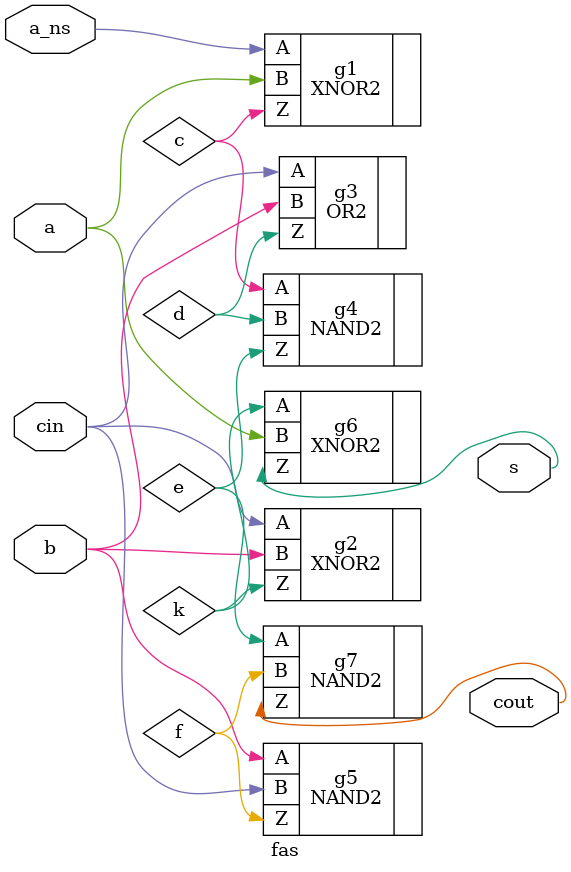
<source format=sv>
module fas (
    input logic a,           // Input bit a
    input logic b,           // Input bit b
    input logic cin,         // Carry in
    input logic a_ns,        // A_nS (add/not subtract) control
    output logic s,          // Output S
    output logic cout        // Carry out
);

// Put your code here
// ------------------
logic c;
logic d;
logic e;
logic f;
logic g;


// C output

XNOR2 #(10,10) g1 (.A(a_ns), .B(a), .Z(c));

OR2 #(6,6) g3 (.A(cin), .B(b), .Z(d));

NAND2 #(4,4) g4 (.A(c), .B(d), .Z(e));

NAND2 #(4,4) g5 (.A(b), .B(cin), .Z(f));

NAND2 #(4,4) g7 (.A(e), .B(f), .Z(cout));

 
//S output

XNOR2 #(10,10) g2 (.A(cin), .B(b), .Z(k));
XNOR2 #(10,10) g6 (.A(k), .B(a), .Z(s));

// End of your code

endmodule

</source>
